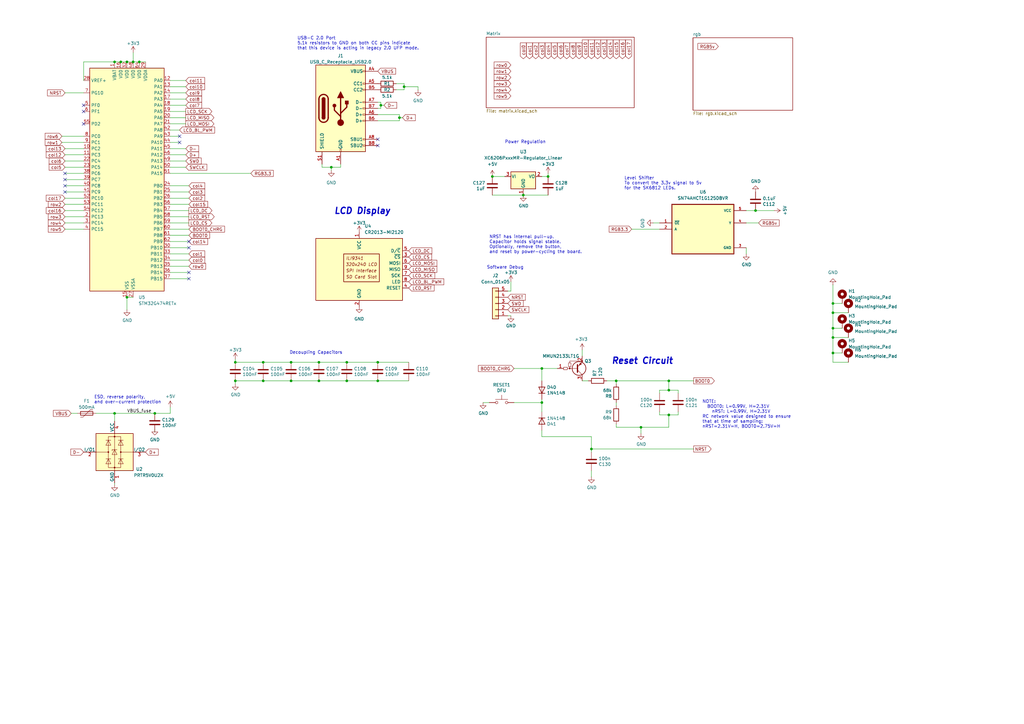
<source format=kicad_sch>
(kicad_sch (version 20231120) (generator "eeschema") (generator_version "8.0")
  (paper "A3")
  (lib_symbols
    (symbol "+5V_1" (power) (pin_names (offset 0))
      (property "Value" "+5V_1" (at 0 3.556 0))
      (symbol "+5V_1_1_1"
        (pin power_in line (at 0 0 90) (length 0) hide (name "+5V") (number "1"))
      )
    )
    (symbol "Connector:USB_C_Receptacle_USB2.0" (pin_names (offset 1.016))
      (property "Reference" "J" (at -10.16 19.05 0))
      (property "Value" "USB_C_Receptacle_USB2.0" (at 19.05 19.05 0))
      (symbol "USB_C_Receptacle_USB2.0_1_1"
        (pin passive line (at 0 -22.86 90) (length 5.08) (name "GND") (number "A1"))
        (pin passive line (at 0 -22.86 90) (length 5.08) hide (name "GND") (number "A12"))
        (pin passive line (at 15.24 15.24 180) (length 5.08) (name "VBUS") (number "A4"))
        (pin bidirectional line (at 15.24 10.16 180) (length 5.08) (name "CC1") (number "A5"))
        (pin bidirectional line (at 15.24 -2.54 180) (length 5.08) (name "D+") (number "A6"))
        (pin bidirectional line (at 15.24 2.54 180) (length 5.08) (name "D-") (number "A7"))
        (pin bidirectional line (at 15.24 -12.7 180) (length 5.08) (name "SBU1") (number "A8"))
        (pin passive line (at 15.24 15.24 180) (length 5.08) hide (name "VBUS") (number "A9"))
        (pin passive line (at 0 -22.86 90) (length 5.08) hide (name "GND") (number "B1"))
        (pin passive line (at 0 -22.86 90) (length 5.08) hide (name "GND") (number "B12"))
        (pin passive line (at 15.24 15.24 180) (length 5.08) hide (name "VBUS") (number "B4"))
        (pin bidirectional line (at 15.24 7.62 180) (length 5.08) (name "CC2") (number "B5"))
        (pin bidirectional line (at 15.24 -5.08 180) (length 5.08) (name "D+") (number "B6"))
        (pin bidirectional line (at 15.24 0 180) (length 5.08) (name "D-") (number "B7"))
        (pin bidirectional line (at 15.24 -15.24 180) (length 5.08) (name "SBU2") (number "B8"))
        (pin passive line (at 15.24 15.24 180) (length 5.08) hide (name "VBUS") (number "B9"))
        (pin passive line (at -7.62 -22.86 90) (length 5.08) (name "SHIELD") (number "S1"))
      )
    )
    (symbol "Connector_Generic:Conn_01x05" (pin_names (offset 1.016) hide)
      (property "Reference" "J" (at 0 7.62 0))
      (property "Value" "Conn_01x05" (at 0 -7.62 0))
      (symbol "Conn_01x05_1_1"
        (pin passive line (at -5.08 5.08 0) (length 3.81) (name "Pin_1") (number "1"))
        (pin passive line (at -5.08 2.54 0) (length 3.81) (name "Pin_2") (number "2"))
        (pin passive line (at -5.08 0 0) (length 3.81) (name "Pin_3") (number "3"))
        (pin passive line (at -5.08 -2.54 0) (length 3.81) (name "Pin_4") (number "4"))
        (pin passive line (at -5.08 -5.08 0) (length 3.81) (name "Pin_5") (number "5"))
      )
    )
    (symbol "Device:C" (pin_numbers hide) (pin_names (offset 0.254))
      (property "Reference" "C" (at 0.635 2.54 0))
      (property "Value" "C" (at 0.635 -2.54 0))
      (symbol "C_1_1"
        (pin passive line (at 0 3.81 270) (length 2.794) (name "~") (number "1"))
        (pin passive line (at 0 -3.81 90) (length 2.794) (name "~") (number "2"))
      )
    )
    (symbol "Device:D" (pin_numbers hide) (pin_names (offset 1.016) hide)
      (property "Reference" "D" (at 0 2.54 0))
      (property "Value" "D" (at 0 -2.54 0))
      (symbol "D_1_1"
        (pin passive line (at -3.81 0 0) (length 2.54) (name "K") (number "1"))
        (pin passive line (at 3.81 0 180) (length 2.54) (name "A") (number "2"))
      )
    )
    (symbol "Device:Polyfuse" (pin_numbers hide) (pin_names (offset 0))
      (property "Reference" "F" (at -2.54 0 90))
      (property "Value" "Polyfuse" (at 2.54 0 90))
      (symbol "Polyfuse_1_1"
        (pin passive line (at 0 3.81 270) (length 1.27) (name "~") (number "1"))
        (pin passive line (at 0 -3.81 90) (length 1.27) (name "~") (number "2"))
      )
    )
    (symbol "Device:Q_PNP_BEC_BRT" (pin_names hide)
      (property "Reference" "Q" (at 3.81 1.27 0))
      (property "Value" "Q_PNP_BEC_BRT" (at 3.81 -1.27 0))
      (symbol "Q_PNP_BEC_BRT_1_1"
        (pin input line (at -8.89 0 0) (length 2.54) (name "B") (number "1"))
        (pin passive line (at 1.27 -5.08 90) (length 2.54) (name "E") (number "2"))
        (pin passive line (at 1.27 5.08 270) (length 2.54) (name "C") (number "3"))
      )
    )
    (symbol "Device:R" (pin_numbers hide) (pin_names (offset 0))
      (property "Reference" "R" (at 2.032 0 90))
      (property "Value" "R" (at 0 0 90))
      (symbol "R_1_1"
        (pin passive line (at 0 3.81 270) (length 1.27) (name "~") (number "1"))
        (pin passive line (at 0 -3.81 90) (length 1.27) (name "~") (number "2"))
      )
    )
    (symbol "Djinn-rescue:+3V3-power" (power) (pin_names (offset 0))
      (property "Value" "power_+3V3" (at 0 3.556 0))
      (symbol "+3V3-power_1_1"
        (pin power_in line (at 0 0 90) (length 0) hide (name "+3V3") (number "1"))
      )
    )
    (symbol "Djinn-rescue:GND-power" (power) (pin_names (offset 0))
      (property "Value" "power_GND" (at 0 -3.81 0))
      (symbol "GND-power_1_1"
        (pin power_in line (at 0 0 270) (length 0) hide (name "GND") (number "1"))
      )
    )
    (symbol "Driver_Display:CR2013-MI2120" (pin_names (offset 0.762))
      (property "Reference" "U4" (at 2.1941 17.78 0))
      (property "Value" "CR2013-MI2120" (at 2.1941 15.24 0))
      (symbol "CR2013-MI2120_0_0"
        (text "320x240 LCD" (at 0.889 2.032 0) (effects (font (size 1.27 1.27) (italic yes))))
        (text "ILI9341" (at -5.461 4.572 0) (effects (font (size 1.27 1.27) (italic yes)) (justify left)))
        (text "SD Card Slot" (at -5.461 -3.048 0) (effects (font (size 1.27 1.27) (italic yes)) (justify left)))
        (text "SPI Interface" (at -5.461 -0.508 0) (effects (font (size 1.27 1.27) (italic yes)) (justify left)))
      )
      (symbol "CR2013-MI2120_1_1"
        (pin power_in line (at 0 15.24 270) (length 2.54) (name "VCC") (number "1"))
        (pin power_in line (at 0 -15.24 90) (length 2.54) (name "GND") (number "2"))
        (pin input line (at 20.32 5.08 180) (length 2.54) (name "~{CS}") (number "3"))
        (pin input line (at 20.32 -7.62 180) (length 2.54) (name "RESET") (number "4"))
        (pin input line (at 20.32 7.62 180) (length 2.54) (name "D/~{C}") (number "5"))
        (pin input line (at 20.32 2.54 180) (length 2.54) (name "MOSI") (number "6"))
        (pin input line (at 20.32 -2.54 180) (length 2.54) (name "SCK") (number "7"))
        (pin input line (at 20.32 -5.08 180) (length 2.54) (name "LED") (number "8"))
        (pin output line (at 20.32 0 180) (length 2.54) (name "MISO") (number "9"))
      )
    )
    (symbol "GND_1" (power) (pin_numbers hide) (pin_names (offset 0) hide)
      (property "Value" "GND" (at 0 -3.81 0))
      (symbol "GND_1_1_1"
        (pin power_in line (at 0 0 270) (length 0) (name "~") (number "1"))
      )
    )
    (symbol "MCU_ST_STM32G4:STM32G474RETx"
      (property "Reference" "U" (at -15.24 46.99 0))
      (property "Value" "STM32G474RETx" (at 10.16 46.99 0))
      (symbol "STM32G474RETx_1_1"
        (pin power_in line (at -5.08 48.26 270) (length 2.54) (name "VBAT") (number "1"))
        (pin bidirectional line (at -17.78 12.7 0) (length 2.54) (name "PC2") (number "10"))
        (pin bidirectional line (at -17.78 10.16 0) (length 2.54) (name "PC3") (number "11"))
        (pin bidirectional line (at 17.78 40.64 180) (length 2.54) (name "PA0") (number "12"))
        (pin bidirectional line (at 17.78 38.1 180) (length 2.54) (name "PA1") (number "13"))
        (pin bidirectional line (at 17.78 35.56 180) (length 2.54) (name "PA2") (number "14"))
        (pin power_in line (at 0 -48.26 90) (length 2.54) (name "VSS") (number "15"))
        (pin power_in line (at -2.54 48.26 270) (length 2.54) (name "VDD") (number "16"))
        (pin bidirectional line (at 17.78 33.02 180) (length 2.54) (name "PA3") (number "17"))
        (pin bidirectional line (at 17.78 30.48 180) (length 2.54) (name "PA4") (number "18"))
        (pin bidirectional line (at 17.78 27.94 180) (length 2.54) (name "PA5") (number "19"))
        (pin bidirectional line (at -17.78 -15.24 0) (length 2.54) (name "PC13") (number "2"))
        (pin bidirectional line (at 17.78 25.4 180) (length 2.54) (name "PA6") (number "20"))
        (pin bidirectional line (at 17.78 22.86 180) (length 2.54) (name "PA7") (number "21"))
        (pin bidirectional line (at -17.78 7.62 0) (length 2.54) (name "PC4") (number "22"))
        (pin bidirectional line (at -17.78 5.08 0) (length 2.54) (name "PC5") (number "23"))
        (pin bidirectional line (at 17.78 -2.54 180) (length 2.54) (name "PB0") (number "24"))
        (pin bidirectional line (at 17.78 -5.08 180) (length 2.54) (name "PB1") (number "25"))
        (pin bidirectional line (at 17.78 -7.62 180) (length 2.54) (name "PB2") (number "26"))
        (pin power_in line (at 2.54 -48.26 90) (length 2.54) (name "VSSA") (number "27"))
        (pin input line (at -17.78 40.64 0) (length 2.54) (name "VREF+") (number "28"))
        (pin power_in line (at 7.62 48.26 270) (length 2.54) (name "VDDA") (number "29"))
        (pin bidirectional line (at -17.78 -17.78 0) (length 2.54) (name "PC14") (number "3"))
        (pin bidirectional line (at 17.78 -27.94 180) (length 2.54) (name "PB10") (number "30"))
        (pin passive line (at 0 -48.26 90) (length 2.54) hide (name "VSS") (number "31"))
        (pin power_in line (at 0 48.26 270) (length 2.54) (name "VDD") (number "32"))
        (pin bidirectional line (at 17.78 -30.48 180) (length 2.54) (name "PB11") (number "33"))
        (pin bidirectional line (at 17.78 -33.02 180) (length 2.54) (name "PB12") (number "34"))
        (pin bidirectional line (at 17.78 -35.56 180) (length 2.54) (name "PB13") (number "35"))
        (pin bidirectional line (at 17.78 -38.1 180) (length 2.54) (name "PB14") (number "36"))
        (pin bidirectional line (at 17.78 -40.64 180) (length 2.54) (name "PB15") (number "37"))
        (pin bidirectional line (at -17.78 2.54 0) (length 2.54) (name "PC6") (number "38"))
        (pin bidirectional line (at -17.78 0 0) (length 2.54) (name "PC7") (number "39"))
        (pin bidirectional line (at -17.78 -20.32 0) (length 2.54) (name "PC15") (number "4"))
        (pin bidirectional line (at -17.78 -2.54 0) (length 2.54) (name "PC8") (number "40"))
        (pin bidirectional line (at -17.78 -5.08 0) (length 2.54) (name "PC9") (number "41"))
        (pin bidirectional line (at 17.78 20.32 180) (length 2.54) (name "PA8") (number "42"))
        (pin bidirectional line (at 17.78 17.78 180) (length 2.54) (name "PA9") (number "43"))
        (pin bidirectional line (at 17.78 15.24 180) (length 2.54) (name "PA10") (number "44"))
        (pin bidirectional line (at 17.78 12.7 180) (length 2.54) (name "PA11") (number "45"))
        (pin bidirectional line (at 17.78 10.16 180) (length 2.54) (name "PA12") (number "46"))
        (pin passive line (at 0 -48.26 90) (length 2.54) hide (name "VSS") (number "47"))
        (pin power_in line (at 2.54 48.26 270) (length 2.54) (name "VDD") (number "48"))
        (pin bidirectional line (at 17.78 7.62 180) (length 2.54) (name "PA13") (number "49"))
        (pin bidirectional line (at -17.78 30.48 0) (length 2.54) (name "PF0") (number "5"))
        (pin bidirectional line (at 17.78 5.08 180) (length 2.54) (name "PA14") (number "50"))
        (pin bidirectional line (at 17.78 2.54 180) (length 2.54) (name "PA15") (number "51"))
        (pin bidirectional line (at -17.78 -7.62 0) (length 2.54) (name "PC10") (number "52"))
        (pin bidirectional line (at -17.78 -10.16 0) (length 2.54) (name "PC11") (number "53"))
        (pin bidirectional line (at -17.78 -12.7 0) (length 2.54) (name "PC12") (number "54"))
        (pin bidirectional line (at -17.78 22.86 0) (length 2.54) (name "PD2") (number "55"))
        (pin bidirectional line (at 17.78 -10.16 180) (length 2.54) (name "PB3") (number "56"))
        (pin bidirectional line (at 17.78 -12.7 180) (length 2.54) (name "PB4") (number "57"))
        (pin bidirectional line (at 17.78 -15.24 180) (length 2.54) (name "PB5") (number "58"))
        (pin bidirectional line (at 17.78 -17.78 180) (length 2.54) (name "PB6") (number "59"))
        (pin bidirectional line (at -17.78 27.94 0) (length 2.54) (name "PF1") (number "6"))
        (pin bidirectional line (at 17.78 -20.32 180) (length 2.54) (name "PB7") (number "60"))
        (pin bidirectional line (at 17.78 -22.86 180) (length 2.54) (name "PB8") (number "61"))
        (pin bidirectional line (at 17.78 -25.4 180) (length 2.54) (name "PB9") (number "62"))
        (pin passive line (at 0 -48.26 90) (length 2.54) hide (name "VSS") (number "63"))
        (pin power_in line (at 5.08 48.26 270) (length 2.54) (name "VDD") (number "64"))
        (pin bidirectional line (at -17.78 35.56 0) (length 2.54) (name "PG10") (number "7"))
        (pin bidirectional line (at -17.78 17.78 0) (length 2.54) (name "PC0") (number "8"))
        (pin bidirectional line (at -17.78 15.24 0) (length 2.54) (name "PC1") (number "9"))
      )
    )
    (symbol "Mechanical:MountingHole_Pad" (pin_numbers hide) (pin_names (offset 1.016) hide) (exclude_from_sim yes) (in_bom no)
      (property "Reference" "H" (at 0 6.35 0))
      (property "Value" "MountingHole_Pad" (at 0 4.445 0))
      (symbol "MountingHole_Pad_1_1"
        (pin input line (at 0 -2.54 90) (length 2.54) (name "1") (number "1"))
      )
    )
    (symbol "Power_Protection:PRTR5V0U2X" (pin_names (offset 0))
      (property "Reference" "D" (at 2.794 8.636 0))
      (property "Value" "PRTR5V0U2X" (at 8.128 -9.398 0))
      (symbol "PRTR5V0U2X_1_1"
        (pin passive line (at 0 -12.7 90) (length 5.08) (name "GND") (number "1"))
        (pin passive line (at -12.7 0 0) (length 5.08) (name "I/O1") (number "2"))
        (pin passive line (at 12.7 0 180) (length 5.08) (name "I/O2") (number "3"))
        (pin passive line (at 0 12.7 270) (length 5.08) (name "VCC") (number "4"))
      )
    )
    (symbol "SN74AHCT1G125DBVR:SN74AHCT1G125DBVR" (pin_names (offset 1.016))
      (property "Reference" "U" (at -12.7 11.16 0))
      (property "Value" "SN74AHCT1G125DBVR" (at -12.7 -14.16 0))
      (symbol "SN74AHCT1G125DBVR_0_0"
        (pin input line (at -17.78 2.54 0) (length 5.08) (name "~{OE}") (number "1"))
        (pin input line (at -17.78 0 0) (length 5.08) (name "A") (number "2"))
        (pin power_in line (at 17.78 -7.62 180) (length 5.08) (name "GND") (number "3"))
        (pin output line (at 17.78 2.54 180) (length 5.08) (name "Y") (number "4"))
        (pin power_in line (at 17.78 7.62 180) (length 5.08) (name "VCC") (number "5"))
      )
    )
    (symbol "Switch:SW_Push" (pin_numbers hide) (pin_names (offset 1.016) hide)
      (property "Reference" "SW" (at 1.27 2.54 0))
      (property "Value" "SW_Push" (at 0 -1.524 0))
      (symbol "SW_Push_0_1"
        (pin passive line (at -5.08 0 0) (length 2.54) (name "1") (number "1"))
        (pin passive line (at 5.08 0 180) (length 2.54) (name "2") (number "2"))
      )
    )
    (symbol "kicad-keyboard-parts:XC6206PxxxMR-Regulator_Linear" (pin_names (offset 0.254))
      (property "Reference" "U" (at -3.81 3.175 0))
      (property "Value" "XC6206PxxxMR-Regulator_Linear" (at 0 3.175 0))
      (property "LCSC" "C5446" (at 0 0 0))
      (symbol "XC6206PxxxMR-Regulator_Linear_1_1"
        (pin power_in line (at 0 -7.62 90) (length 2.54) (name "GND") (number "1"))
        (pin power_out line (at 7.62 0 180) (length 2.54) (name "VO") (number "2"))
        (pin power_in line (at -7.62 0 0) (length 2.54) (name "VI") (number "3"))
      )
    )
    (symbol "power:+3V3" (power) (pin_names (offset 0))
      (property "Value" "+3V3" (at 0 3.556 0))
      (symbol "+3V3_1_1"
        (pin power_in line (at 0 0 90) (length 0) hide (name "+3V3") (number "1"))
      )
    )
    (symbol "power:+5V" (power) (pin_names (offset 0))
      (property "Value" "+5V" (at 0 3.556 0))
      (symbol "+5V_1_1"
        (pin power_in line (at 0 0 90) (length 0) hide (name "+5V") (number "1"))
      )
    )
    (symbol "power:GND" (power) (pin_names (offset 0))
      (property "Value" "GND" (at 0 -3.81 0))
      (symbol "GND_1_1"
        (pin power_in line (at 0 0 270) (length 0) hide (name "GND") (number "1"))
      )
    )
  )
  (junction (at 262.89 175.26))
  (junction (at 165.735 35.56))
  (junction (at 96.52 148.59))
  (junction (at 341.63 128.27))
  (junction (at 57.15 25.4))
  (junction (at 341.63 134.62))
  (junction (at 242.57 184.15))
  (junction (at 163.83 48.26))
  (junction (at 156.21 43.18))
  (junction (at 130.81 148.59))
  (junction (at 46.99 169.545))
  (junction (at 341.63 144.78))
  (junction (at 154.94 148.59))
  (junction (at 107.95 148.59))
  (junction (at 341.63 138.43))
  (junction (at 222.25 151.13))
  (junction (at 274.32 170.18))
  (junction (at 154.94 156.21))
  (junction (at 54.61 25.4))
  (junction (at 52.07 121.92))
  (junction (at 107.95 156.21))
  (junction (at 341.63 124.46))
  (junction (at 142.24 156.21))
  (junction (at 222.25 165.1))
  (junction (at 142.24 148.59))
  (junction (at 119.38 148.59))
  (junction (at 274.32 160.02))
  (junction (at 214.63 80.01) (diameter 0.9144))
  (junction (at 119.38 156.21))
  (junction (at 63.5 169.545))
  (junction (at 49.53 25.4))
  (junction (at 46.99 25.4))
  (junction (at 130.81 156.21))
  (junction (at 309.88 86.36))
  (junction (at 96.52 156.21))
  (junction (at 224.79 72.39))
  (junction (at 252.73 156.21))
  (junction (at 135.89 68.58))
  (junction (at 274.32 156.21))
  (junction (at 201.93 72.39))
  (junction (at 52.07 25.4))
  (no_connect (at 73.66 55.88))
  (no_connect (at 34.29 43.18))
  (no_connect (at 77.47 111.76))
  (no_connect (at 154.94 57.15))
  (no_connect (at 26.67 73.66))
  (no_connect (at 154.94 59.69))
  (no_connect (at 26.67 78.74))
  (no_connect (at 26.67 71.12))
  (no_connect (at 77.47 101.6))
  (no_connect (at 77.47 99.06))
  (no_connect (at 26.67 76.2))
  (no_connect (at 77.47 114.3))
  (no_connect (at 34.29 50.8))
  (no_connect (at 34.29 45.72))
  (no_connect (at 73.66 58.42))
  (wire (pts (xy 341.63 148.59) (xy 347.98 148.59)))
  (wire (pts (xy 270.51 161.29) (xy 270.51 160.02)))
  (wire (pts (xy 222.25 163.83) (xy 222.25 165.1)))
  (wire (pts (xy 341.63 128.27) (xy 347.98 128.27)))
  (wire (pts (xy 69.85 38.1) (xy 76.2 38.1)))
  (wire (pts (xy 63.5 169.545) (xy 69.85 169.545)))
  (wire (pts (xy 341.63 144.78) (xy 341.63 138.43)))
  (wire (pts (xy 52.07 121.92) (xy 54.61 121.92)))
  (wire (pts (xy 341.63 138.43) (xy 347.98 138.43)))
  (wire (pts (xy 96.52 147.32) (xy 96.52 148.59)))
  (wire (pts (xy 69.85 167.005) (xy 69.85 169.545)))
  (wire (pts (xy 119.38 148.59) (xy 107.95 148.59)))
  (wire (pts (xy 156.21 41.91) (xy 156.21 43.18)))
  (wire (pts (xy 171.45 35.56) (xy 171.45 36.83)))
  (wire (pts (xy 262.89 175.26) (xy 274.32 175.26)))
  (wire (pts (xy 52.07 127) (xy 52.07 121.92)))
  (wire (pts (xy 163.83 49.53) (xy 163.83 48.26)))
  (wire (pts (xy 154.94 46.99) (xy 163.83 46.99)))
  (wire (pts (xy 222.25 179.07) (xy 242.57 179.07)))
  (wire (pts (xy 46.99 198.755) (xy 46.99 198.12)))
  (wire (pts (xy 69.85 106.68) (xy 77.47 106.68)))
  (wire (pts (xy 107.95 148.59) (xy 96.52 148.59)))
  (wire (pts (xy 119.38 156.21) (xy 130.81 156.21)))
  (wire (pts (xy 209.55 115.57) (xy 209.55 119.38)))
  (wire (pts (xy 26.67 63.5) (xy 34.29 63.5)))
  (wire (pts (xy 270.51 170.18) (xy 270.51 168.91)))
  (wire (pts (xy 96.52 157.48) (xy 96.52 156.21)))
  (wire (pts (xy 26.67 91.44) (xy 34.29 91.44)))
  (wire (pts (xy 26.67 93.98) (xy 34.29 93.98)))
  (wire (pts (xy 69.85 71.12) (xy 102.87 71.12)))
  (wire (pts (xy 259.08 93.98) (xy 270.51 93.98)))
  (wire (pts (xy 165.735 36.83) (xy 165.735 35.56)))
  (wire (pts (xy 270.51 170.18) (xy 274.32 170.18)))
  (wire (pts (xy 252.73 175.26) (xy 262.89 175.26)))
  (wire (pts (xy 26.67 83.82) (xy 34.29 83.82)))
  (wire (pts (xy 69.85 53.34) (xy 73.66 53.34)))
  (wire (pts (xy 69.85 60.96) (xy 76.2 60.96)))
  (wire (pts (xy 154.94 148.59) (xy 167.64 148.59)))
  (wire (pts (xy 242.57 184.15) (xy 284.48 184.15)))
  (wire (pts (xy 49.53 25.4) (xy 52.07 25.4)))
  (wire (pts (xy 69.85 48.26) (xy 76.2 48.26)))
  (wire (pts (xy 214.63 80.01) (xy 224.79 80.01)))
  (wire (pts (xy 341.63 144.78) (xy 345.44 144.78)))
  (wire (pts (xy 69.85 109.22) (xy 77.47 109.22)))
  (wire (pts (xy 262.89 177.8) (xy 262.89 175.26)))
  (wire (pts (xy 210.82 151.13) (xy 222.25 151.13)))
  (wire (pts (xy 165.735 35.56) (xy 171.45 35.56)))
  (wire (pts (xy 224.79 71.12) (xy 224.79 72.39)))
  (wire (pts (xy 69.85 63.5) (xy 76.2 63.5)))
  (wire (pts (xy 25.4 55.88) (xy 34.29 55.88)))
  (wire (pts (xy 69.85 83.82) (xy 77.47 83.82)))
  (wire (pts (xy 274.32 160.02) (xy 278.13 160.02)))
  (wire (pts (xy 34.29 33.02) (xy 34.29 25.4)))
  (wire (pts (xy 130.81 148.59) (xy 142.24 148.59)))
  (wire (pts (xy 69.85 76.2) (xy 77.47 76.2)))
  (wire (pts (xy 69.85 35.56) (xy 76.2 35.56)))
  (wire (pts (xy 341.63 148.59) (xy 341.63 144.78)))
  (wire (pts (xy 209.55 119.38) (xy 208.28 119.38)))
  (wire (pts (xy 222.25 165.1) (xy 222.25 168.91)))
  (wire (pts (xy 69.85 78.74) (xy 77.47 78.74)))
  (wire (pts (xy 154.94 49.53) (xy 163.83 49.53)))
  (wire (pts (xy 278.13 170.18) (xy 278.13 168.91)))
  (wire (pts (xy 241.3 156.21) (xy 238.76 156.21)))
  (wire (pts (xy 274.32 160.02) (xy 274.32 156.21)))
  (wire (pts (xy 274.32 156.21) (xy 284.48 156.21)))
  (wire (pts (xy 252.73 165.1) (xy 252.73 166.37)))
  (wire (pts (xy 317.5 86.36) (xy 309.88 86.36)))
  (wire (pts (xy 26.67 76.2) (xy 34.29 76.2)))
  (wire (pts (xy 156.21 43.18) (xy 156.21 44.45)))
  (wire (pts (xy 26.67 68.58) (xy 34.29 68.58)))
  (wire (pts (xy 54.61 21.59) (xy 54.61 25.4)))
  (wire (pts (xy 222.25 176.53) (xy 222.25 179.07)))
  (wire (pts (xy 341.63 116.84) (xy 341.63 124.46)))
  (wire (pts (xy 69.85 43.18) (xy 76.2 43.18)))
  (wire (pts (xy 248.92 156.21) (xy 252.73 156.21)))
  (wire (pts (xy 201.93 72.39) (xy 207.01 72.39)))
  (wire (pts (xy 69.85 68.58) (xy 76.2 68.58)))
  (wire (pts (xy 222.25 72.39) (xy 224.79 72.39)))
  (wire (pts (xy 29.21 169.545) (xy 31.75 169.545)))
  (wire (pts (xy 119.38 156.21) (xy 107.95 156.21)))
  (wire (pts (xy 69.85 88.9) (xy 77.47 88.9)))
  (wire (pts (xy 25.4 58.42) (xy 34.29 58.42)))
  (wire (pts (xy 26.67 86.36) (xy 34.29 86.36)))
  (wire (pts (xy 154.94 44.45) (xy 156.21 44.45)))
  (wire (pts (xy 270.51 160.02) (xy 274.32 160.02)))
  (wire (pts (xy 26.67 38.1) (xy 34.29 38.1)))
  (wire (pts (xy 69.85 114.3) (xy 77.47 114.3)))
  (wire (pts (xy 26.67 81.28) (xy 34.29 81.28)))
  (wire (pts (xy 107.95 156.21) (xy 96.52 156.21)))
  (wire (pts (xy 306.07 91.44) (xy 311.15 91.44)))
  (wire (pts (xy 52.07 25.4) (xy 54.61 25.4)))
  (wire (pts (xy 26.67 66.04) (xy 34.29 66.04)))
  (wire (pts (xy 139.7 68.58) (xy 139.7 67.31)))
  (wire (pts (xy 57.15 25.4) (xy 59.69 25.4)))
  (wire (pts (xy 341.63 128.27) (xy 341.63 124.46)))
  (wire (pts (xy 163.83 46.99) (xy 163.83 48.26)))
  (wire (pts (xy 208.28 129.54) (xy 209.55 129.54)))
  (wire (pts (xy 132.08 68.58) (xy 135.89 68.58)))
  (wire (pts (xy 46.99 169.545) (xy 63.5 169.545)))
  (wire (pts (xy 26.67 71.12) (xy 34.29 71.12)))
  (wire (pts (xy 242.57 179.07) (xy 242.57 184.15)))
  (wire (pts (xy 222.25 156.21) (xy 222.25 151.13)))
  (wire (pts (xy 278.13 160.02) (xy 278.13 161.29)))
  (wire (pts (xy 252.73 173.99) (xy 252.73 175.26)))
  (wire (pts (xy 119.38 148.59) (xy 130.81 148.59)))
  (wire (pts (xy 142.24 156.21) (xy 154.94 156.21)))
  (wire (pts (xy 156.21 43.18) (xy 157.48 43.18)))
  (wire (pts (xy 163.83 48.26) (xy 165.1 48.26)))
  (wire (pts (xy 341.63 124.46) (xy 345.44 124.46)))
  (wire (pts (xy 306.07 104.14) (xy 306.07 101.6)))
  (wire (pts (xy 242.57 184.15) (xy 242.57 185.42)))
  (wire (pts (xy 26.67 60.96) (xy 34.29 60.96)))
  (wire (pts (xy 214.63 80.01) (xy 201.93 80.01)))
  (wire (pts (xy 309.88 86.36) (xy 306.07 86.36)))
  (wire (pts (xy 142.24 148.59) (xy 154.94 148.59)))
  (wire (pts (xy 73.66 58.42) (xy 69.85 58.42)))
  (wire (pts (xy 69.85 111.76) (xy 77.47 111.76)))
  (wire (pts (xy 46.99 25.4) (xy 49.53 25.4)))
  (wire (pts (xy 154.94 41.91) (xy 156.21 41.91)))
  (wire (pts (xy 238.76 143.51) (xy 238.76 146.05)))
  (wire (pts (xy 63.5 175.895) (xy 63.5 177.165)))
  (wire (pts (xy 341.63 134.62) (xy 345.44 134.62)))
  (wire (pts (xy 69.85 104.14) (xy 77.47 104.14)))
  (wire (pts (xy 135.89 68.58) (xy 139.7 68.58)))
  (wire (pts (xy 274.32 170.18) (xy 278.13 170.18)))
  (wire (pts (xy 73.66 55.88) (xy 69.85 55.88)))
  (wire (pts (xy 26.67 73.66) (xy 34.29 73.66)))
  (wire (pts (xy 69.85 81.28) (xy 77.47 81.28)))
  (wire (pts (xy 341.63 138.43) (xy 341.63 134.62)))
  (wire (pts (xy 69.85 50.8) (xy 76.2 50.8)))
  (wire (pts (xy 210.82 165.1) (xy 222.25 165.1)))
  (wire (pts (xy 267.97 91.44) (xy 270.51 91.44)))
  (wire (pts (xy 69.85 45.72) (xy 76.2 45.72)))
  (wire (pts (xy 135.89 69.85) (xy 135.89 68.58)))
  (wire (pts (xy 26.67 88.9) (xy 34.29 88.9)))
  (wire (pts (xy 69.85 91.44) (xy 77.47 91.44)))
  (wire (pts (xy 69.85 40.64) (xy 76.2 40.64)))
  (wire (pts (xy 69.85 93.98) (xy 77.47 93.98)))
  (wire (pts (xy 252.73 156.21) (xy 274.32 156.21)))
  (wire (pts (xy 162.56 36.83) (xy 165.735 36.83)))
  (wire (pts (xy 69.85 96.52) (xy 77.47 96.52)))
  (wire (pts (xy 69.85 86.36) (xy 77.47 86.36)))
  (wire (pts (xy 130.81 156.21) (xy 142.24 156.21)))
  (wire (pts (xy 34.29 25.4) (xy 46.99 25.4)))
  (wire (pts (xy 252.73 157.48) (xy 252.73 156.21)))
  (wire (pts (xy 132.08 67.31) (xy 132.08 68.58)))
  (wire (pts (xy 242.57 193.04) (xy 242.57 195.58)))
  (wire (pts (xy 200.66 165.1) (xy 198.12 165.1)))
  (wire (pts (xy 162.56 34.29) (xy 165.735 34.29)))
  (wire (pts (xy 69.85 33.02) (xy 76.2 33.02)))
  (wire (pts (xy 54.61 25.4) (xy 57.15 25.4)))
  (wire (pts (xy 154.94 156.21) (xy 167.64 156.21)))
  (wire (pts (xy 26.67 78.74) (xy 34.29 78.74)))
  (wire (pts (xy 69.85 99.06) (xy 77.47 99.06)))
  (wire (pts (xy 274.32 170.18) (xy 274.32 175.26)))
  (wire (pts (xy 46.99 169.545) (xy 46.99 172.72)))
  (wire (pts (xy 39.37 169.545) (xy 46.99 169.545)))
  (wire (pts (xy 165.735 35.56) (xy 165.735 34.29)))
  (wire (pts (xy 69.85 66.04) (xy 76.2 66.04)))
  (wire (pts (xy 69.85 101.6) (xy 77.47 101.6)))
  (wire (pts (xy 222.25 151.13) (xy 228.6 151.13)))
  (wire (pts (xy 341.63 134.62) (xy 341.63 128.27)))
  (text "Decoupling Capacitors" (at 118.745 145.415 0) (effects (font (size 1.27 1.27)) (justify left bottom)))
  (text "NOTE:\n  BOOT0: L=0.99V, H=2.31V\n    nRST: L=0.99V, H=2.31V\nRC network value designed to ensure\nthat at time of sampling:\nnRST=2.31V=H, BOOT0=2.75V=H" (at 288.036 175.768 0) (effects (font (size 1.27 1.27)) (justify left bottom)))
  (text "Power Regulation" (at 207.01 59.055 0) (effects (font (size 1.27 1.27)) (justify left bottom)))
  (text "Reset Circuit" (at 250.698 149.606 0) (effects (font (size 2.54 2.54) (thickness 0.508) (bold yes) (italic yes)) (justify left bottom)))
  (text "USB-C 2.0 Port\n5.1k resistors to GND on both CC pins indicate\nthat this device is acting in legacy 2.0 UFP mode." (at 121.92 20.574 0) (effects (font (size 1.27 1.27)) (justify left bottom)))
  (text "ESD, reverse polarity,\nand over-current protection" (at 38.608 165.735 0) (effects (font (size 1.27 1.27)) (justify left bottom)))
  (text "Software Debug" (at 199.644 110.49 0) (effects (font (size 1.27 1.27)) (justify left bottom)))
  (text "NRST has internal pull-up.\nCapacitor holds signal stable.\nOptionally, remove the button,\nand reset by power-cycling the board." (at 200.66 104.14 0) (effects (font (size 1.27 1.27)) (justify left bottom)))
  (text "Level Shifter\nTo convert the 3.3v signal to 5v\nfor the SK6812 LEDs." (at 256.032 77.978 0) (effects (font (size 1.27 1.27)) (justify left bottom)))
  (text "LCD Display" (at 136.906 88.138 0) (effects (font (size 2.54 2.54) (thickness 0.508) (bold yes) (italic yes)) (justify left bottom)))
  (label "VBUS_fuse" (at 52.07 169.545 0))
  (global_label "col8" (shape input) (at 76.2 40.64 0) (property "Intersheetrefs" "${INTERSHEET_REFS}" (effects (hide yes))))
  (global_label "BOOT0" (shape output) (at 284.48 156.21 0) (property "Intersheetrefs" "${INTERSHEET_REFS}" (effects (hide yes))))
  (global_label "LCD_MISO" (shape input) (at 167.64 110.49 0) (property "Intersheetrefs" "${INTERSHEET_REFS}" (effects (hide yes))))
  (global_label "RGB3.3" (shape input) (at 102.87 71.12 0) (property "Intersheetrefs" "${INTERSHEET_REFS}" (effects (hide yes))))
  (global_label "SWCLK" (shape input) (at 76.2 68.58 0) (property "Intersheetrefs" "${INTERSHEET_REFS}" (effects (hide yes))))
  (global_label "LCD_RST" (shape output) (at 77.47 88.9 0) (property "Intersheetrefs" "${INTERSHEET_REFS}" (effects (hide yes))))
  (global_label "row1" (shape input) (at 209.55 29.21 180) (property "Intersheetrefs" "${INTERSHEET_REFS}" (effects (hide yes))))
  (global_label "LCD_BL_PWM" (shape input) (at 167.64 115.57 0) (property "Intersheetrefs" "${INTERSHEET_REFS}" (effects (hide yes))))
  (global_label "col0" (shape input) (at 77.47 106.68 0) (property "Intersheetrefs" "${INTERSHEET_REFS}" (effects (hide yes))))
  (global_label "BOOT0_CHRG" (shape input) (at 77.47 93.98 0) (property "Intersheetrefs" "${INTERSHEET_REFS}" (effects (hide yes))))
  (global_label "row2" (shape input) (at 209.55 31.75 180) (property "Intersheetrefs" "${INTERSHEET_REFS}" (effects (hide yes))))
  (global_label "col6" (shape input) (at 26.67 66.04 180) (property "Intersheetrefs" "${INTERSHEET_REFS}" (effects (hide yes))))
  (global_label "col10" (shape input) (at 240.03 24.13 90) (property "Intersheetrefs" "${INTERSHEET_REFS}" (effects (hide yes))))
  (global_label "col15" (shape input) (at 252.73 24.13 90) (property "Intersheetrefs" "${INTERSHEET_REFS}" (effects (hide yes))))
  (global_label "SWCLK" (shape input) (at 208.28 127 0) (property "Intersheetrefs" "${INTERSHEET_REFS}" (effects (hide yes))))
  (global_label "col15" (shape input) (at 77.47 83.82 0) (property "Intersheetrefs" "${INTERSHEET_REFS}" (effects (hide yes))))
  (global_label "col4" (shape input) (at 77.47 76.2 0) (property "Intersheetrefs" "${INTERSHEET_REFS}" (effects (hide yes))))
  (global_label "row3" (shape input) (at 26.67 88.9 180) (property "Intersheetrefs" "${INTERSHEET_REFS}" (effects (hide yes))))
  (global_label "LCD_MOSI" (shape output) (at 76.2 50.8 0) (property "Intersheetrefs" "${INTERSHEET_REFS}" (effects (hide yes))))
  (global_label "col2" (shape input) (at 77.47 81.28 0) (property "Intersheetrefs" "${INTERSHEET_REFS}" (effects (hide yes))))
  (global_label "VBUS" (shape input) (at 154.94 29.21 0) (property "Intersheetrefs" "${INTERSHEET_REFS}" (effects (hide yes))))
  (global_label "LCD_CS" (shape input) (at 167.64 105.41 0) (property "Intersheetrefs" "${INTERSHEET_REFS}" (effects (hide yes))))
  (global_label "col11" (shape input) (at 76.2 33.02 0) (property "Intersheetrefs" "${INTERSHEET_REFS}" (effects (hide yes))))
  (global_label "col6" (shape input) (at 229.87 24.13 90) (property "Intersheetrefs" "${INTERSHEET_REFS}" (effects (hide yes))))
  (global_label "row0" (shape input) (at 77.47 109.22 0) (property "Intersheetrefs" "${INTERSHEET_REFS}" (effects (hide yes))))
  (global_label "col16" (shape input) (at 26.67 86.36 180) (property "Intersheetrefs" "${INTERSHEET_REFS}" (effects (hide yes))))
  (global_label "col12" (shape input) (at 245.11 24.13 90) (property "Intersheetrefs" "${INTERSHEET_REFS}" (effects (hide yes))))
  (global_label "LCD_BL_PWM" (shape input) (at 73.66 53.34 0) (property "Intersheetrefs" "${INTERSHEET_REFS}" (effects (hide yes))))
  (global_label "row1" (shape input) (at 25.4 58.42 180) (property "Intersheetrefs" "${INTERSHEET_REFS}" (effects (hide yes))))
  (global_label "col11" (shape input) (at 242.57 24.13 90) (property "Intersheetrefs" "${INTERSHEET_REFS}" (effects (hide yes))))
  (global_label "D-" (shape input) (at 76.2 60.96 0) (property "Intersheetrefs" "${INTERSHEET_REFS}" (effects (hide yes))))
  (global_label "RGB5v" (shape input) (at 311.15 91.44 0) (property "Intersheetrefs" "${INTERSHEET_REFS}" (effects (hide yes))))
  (global_label "col7" (shape input) (at 232.41 24.13 90) (property "Intersheetrefs" "${INTERSHEET_REFS}" (effects (hide yes))))
  (global_label "BOOT0_CHRG" (shape input) (at 210.82 151.13 180) (property "Intersheetrefs" "${INTERSHEET_REFS}" (effects (hide yes))))
  (global_label "col13" (shape input) (at 247.65 24.13 90) (property "Intersheetrefs" "${INTERSHEET_REFS}" (effects (hide yes))))
  (global_label "col17" (shape input) (at 257.81 24.13 90) (property "Intersheetrefs" "${INTERSHEET_REFS}" (effects (hide yes))))
  (global_label "col9" (shape input) (at 237.49 24.13 90) (property "Intersheetrefs" "${INTERSHEET_REFS}" (effects (hide yes))))
  (global_label "LCD_DC" (shape output) (at 77.47 86.36 0) (property "Intersheetrefs" "${INTERSHEET_REFS}" (effects (hide yes))))
  (global_label "col5" (shape input) (at 227.33 24.13 90) (property "Intersheetrefs" "${INTERSHEET_REFS}" (effects (hide yes))))
  (global_label "row4" (shape input) (at 209.55 36.83 180) (property "Intersheetrefs" "${INTERSHEET_REFS}" (effects (hide yes))))
  (global_label "col1" (shape input) (at 77.47 104.14 0) (property "Intersheetrefs" "${INTERSHEET_REFS}" (effects (hide yes))))
  (global_label "row5" (shape input) (at 26.67 93.98 180) (property "Intersheetrefs" "${INTERSHEET_REFS}" (effects (hide yes))))
  (global_label "SWD" (shape input) (at 208.28 124.46 0) (property "Intersheetrefs" "${INTERSHEET_REFS}" (effects (hide yes))))
  (global_label "RGB5v" (shape input) (at 294.64 19.05 180) (property "Intersheetrefs" "${INTERSHEET_REFS}" (effects (hide yes))))
  (global_label "NRST" (shape output) (at 284.48 184.15 0) (property "Intersheetrefs" "${INTERSHEET_REFS}" (effects (hide yes))))
  (global_label "RGB3.3" (shape input) (at 259.08 93.98 180) (property "Intersheetrefs" "${INTERSHEET_REFS}" (effects (hide yes))))
  (global_label "col5" (shape input) (at 26.67 68.58 180) (property "Intersheetrefs" "${INTERSHEET_REFS}" (effects (hide yes))))
  (global_label "col14" (shape input) (at 250.19 24.13 90) (property "Intersheetrefs" "${INTERSHEET_REFS}" (effects (hide yes))))
  (global_label "NRST" (shape input) (at 208.28 121.92 0) (property "Intersheetrefs" "${INTERSHEET_REFS}" (effects (hide yes))))
  (global_label "D-" (shape input) (at 157.48 43.18 0) (property "Intersheetrefs" "${INTERSHEET_REFS}" (effects (hide yes))))
  (global_label "col8" (shape input) (at 234.95 24.13 90) (property "Intersheetrefs" "${INTERSHEET_REFS}" (effects (hide yes))))
  (global_label "col13" (shape input) (at 26.67 60.96 180) (property "Intersheetrefs" "${INTERSHEET_REFS}" (effects (hide yes))))
  (global_label "col2" (shape input) (at 219.71 24.13 90) (property "Intersheetrefs" "${INTERSHEET_REFS}" (effects (hide yes))))
  (global_label "row5" (shape input) (at 209.55 39.37 180) (property "Intersheetrefs" "${INTERSHEET_REFS}" (effects (hide yes))))
  (global_label "row3" (shape input) (at 209.55 34.29 180) (property "Intersheetrefs" "${INTERSHEET_REFS}" (effects (hide yes))))
  (global_label "NRST" (shape input) (at 26.67 38.1 180) (property "Intersheetrefs" "${INTERSHEET_REFS}" (effects (hide yes))))
  (global_label "LCD_MOSI" (shape input) (at 167.64 107.95 0) (property "Intersheetrefs" "${INTERSHEET_REFS}" (effects (hide yes))))
  (global_label "LCD_DC" (shape input) (at 167.64 102.87 0) (property "Intersheetrefs" "${INTERSHEET_REFS}" (effects (hide yes))))
  (global_label "col14" (shape input) (at 77.47 99.06 0) (property "Intersheetrefs" "${INTERSHEET_REFS}" (effects (hide yes))))
  (global_label "col3" (shape input) (at 222.25 24.13 90) (property "Intersheetrefs" "${INTERSHEET_REFS}" (effects (hide yes))))
  (global_label "col17" (shape input) (at 26.67 81.28 180) (property "Intersheetrefs" "${INTERSHEET_REFS}" (effects (hide yes))))
  (global_label "col12" (shape input) (at 26.67 63.5 180) (property "Intersheetrefs" "${INTERSHEET_REFS}" (effects (hide yes))))
  (global_label "row2" (shape input) (at 26.67 83.82 180) (property "Intersheetrefs" "${INTERSHEET_REFS}" (effects (hide yes))))
  (global_label "LCD_CS" (shape output) (at 77.47 91.44 0) (property "Intersheetrefs" "${INTERSHEET_REFS}" (effects (hide yes))))
  (global_label "col1" (shape input) (at 217.17 24.13 90) (property "Intersheetrefs" "${INTERSHEET_REFS}" (effects (hide yes))))
  (global_label "D+" (shape input) (at 76.2 63.5 0) (property "Intersheetrefs" "${INTERSHEET_REFS}" (effects (hide yes))))
  (global_label "D+" (shape input) (at 165.1 48.26 0) (property "Intersheetrefs" "${INTERSHEET_REFS}" (effects (hide yes))))
  (global_label "col4" (shape input) (at 224.79 24.13 90) (property "Intersheetrefs" "${INTERSHEET_REFS}" (effects (hide yes))))
  (global_label "col9" (shape input) (at 76.2 38.1 0) (property "Intersheetrefs" "${INTERSHEET_REFS}" (effects (hide yes))))
  (global_label "LCD_SCK" (shape output) (at 76.2 45.72 0) (property "Intersheetrefs" "${INTERSHEET_REFS}" (effects (hide yes))))
  (global_label "col0" (shape input) (at 214.63 24.13 90) (property "Intersheetrefs" "${INTERSHEET_REFS}" (effects (hide yes))))
  (global_label "D+" (shape input) (at 59.69 185.42 0) (property "Intersheetrefs" "${INTERSHEET_REFS}" (effects (hide yes))))
  (global_label "D-" (shape input) (at 34.29 185.42 180) (property "Intersheetrefs" "${INTERSHEET_REFS}" (effects (hide yes))))
  (global_label "LCD_MISO" (shape output) (at 76.2 48.26 0) (property "Intersheetrefs" "${INTERSHEET_REFS}" (effects (hide yes))))
  (global_label "BOOT0" (shape input) (at 77.47 96.52 0) (property "Intersheetrefs" "${INTERSHEET_REFS}" (effects (hide yes))))
  (global_label "row4" (shape input) (at 26.67 91.44 180) (property "Intersheetrefs" "${INTERSHEET_REFS}" (effects (hide yes))))
  (global_label "LCD_SCK" (shape input) (at 167.64 113.03 0) (property "Intersheetrefs" "${INTERSHEET_REFS}" (effects (hide yes))))
  (global_label "col16" (shape input) (at 255.27 24.13 90) (property "Intersheetrefs" "${INTERSHEET_REFS}" (effects (hide yes))))
  (global_label "col3" (shape input) (at 77.47 78.74 0) (property "Intersheetrefs" "${INTERSHEET_REFS}" (effects (hide yes))))
  (global_label "col7" (shape input) (at 76.2 43.18 0) (property "Intersheetrefs" "${INTERSHEET_REFS}" (effects (hide yes))))
  (global_label "col10" (shape input) (at 76.2 35.56 0) (property "Intersheetrefs" "${INTERSHEET_REFS}" (effects (hide yes))))
  (global_label "row6" (shape input) (at 25.4 55.88 180) (property "Intersheetrefs" "${INTERSHEET_REFS}" (effects (hide yes))))
  (global_label "row0" (shape input) (at 209.55 26.67 180) (property "Intersheetrefs" "${INTERSHEET_REFS}" (effects (hide yes))))
  (global_label "LCD_RST" (shape input) (at 167.64 118.11 0) (property "Intersheetrefs" "${INTERSHEET_REFS}" (effects (hide yes))))
  (global_label "SWD" (shape input) (at 76.2 66.04 0) (property "Intersheetrefs" "${INTERSHEET_REFS}" (effects (hide yes))))
  (global_label "VBUS" (shape input) (at 29.21 169.545 180) (property "Intersheetrefs" "${INTERSHEET_REFS}" (effects (hide yes))))
  (symbol (lib_id "power:GND") (at 214.63 80.01 0) (unit 1)
    (property "Reference" "#PWR015" (effects (hide yes)))
    (property "Value" "GND" (at 214.757 84.4042 0))
  )
  (symbol (lib_id "power:+5V") (at 201.93 72.39 0) (unit 1)
    (property "Reference" "#PWR013" (effects (hide yes)))
    (property "Value" "+5V" (at 201.93 67.31 0))
  )
  (symbol (lib_id "Device:C") (at 224.79 76.2 0) (unit 1)
    (property "Reference" "C128" (at 227.711 75.0316 0) (effects (justify left)))
    (property "Value" "1uF" (at 227.711 77.343 0) (effects (justify left)))
    (property "Footprint" "Capacitor_SMD:C_0402_1005Metric" (effects (hide yes)))
    (property "LCSC" "C307331" (effects (hide yes)))
  )
  (symbol (lib_id "Mechanical:MountingHole_Pad") (at 345.44 132.08 0) (unit 1) (exclude_from_sim yes) (in_bom no)
    (property "Reference" "H3" (at 347.98 129.5399 0) (effects (justify left)))
    (property "Value" "MountingHole_Pad" (at 347.98 132.0799 0) (effects (justify left)))
    (property "Footprint" "MountingHole:MountingHole_3.2mm_M3_DIN965_Pad" (effects (hide yes)))
    (property "Description" "Mounting Hole with connection" (effects (hide yes)))
  )
  (symbol (lib_id "power:GND") (at 306.07 104.14 0) (unit 1)
    (property "Reference" "#PWR0144" (effects (hide yes)))
    (property "Value" "GND" (at 306.197 108.5342 0))
  )
  (symbol (lib_id "power:GND") (at 63.5 175.895 0) (unit 1)
    (property "Reference" "#PWR010" (effects (hide yes)))
    (property "Value" "GND" (at 63.5 180.34 0))
  )
  (symbol (lib_id "Device:C") (at 63.5 173.355 0) (unit 1)
    (property "Reference" "C129" (at 66.421 172.1866 0) (effects (justify left)))
    (property "Value" "100nF" (at 66.421 174.498 0) (effects (justify left)))
    (property "Footprint" "Capacitor_SMD:C_0402_1005Metric" (effects (hide yes)))
    (property "LCSC" "C307331" (effects (hide yes)))
  )
  (symbol (lib_id "Driver_Display:CR2013-MI2120") (at 147.32 110.49 0) (unit 1)
    (property "Reference" "U4" (at 149.5141 92.71 0) (effects (justify left)))
    (property "Value" "CR2013-MI2120" (at 149.5141 95.25 0) (effects (justify left)))
    (property "Footprint" "Display:CR2013-MI2120" (effects (hide yes)))
    (property "Datasheet" "http://pan.baidu.com/s/11Y990" (effects (hide yes)))
    (property "Description" "ILI9341 controller, SPI TFT LCD Display, 9-pin breakout PCB, 4-pin SD card interface, 5V/3.3V" (effects (hide yes)))
  )
  (symbol (lib_id "Mechanical:MountingHole_Pad") (at 347.98 135.89 0) (unit 1) (exclude_from_sim yes) (in_bom no)
    (property "Reference" "H4" (at 350.52 133.3499 0) (effects (justify left)))
    (property "Value" "MountingHole_Pad" (at 350.52 135.8899 0) (effects (justify left)))
    (property "Footprint" "MountingHole:MountingHole_3.2mm_M3_DIN965_Pad" (effects (hide yes)))
    (property "Description" "Mounting Hole with connection" (effects (hide yes)))
  )
  (symbol (lib_id "Device:D") (at 222.25 172.72 90) (mirror x) (unit 1)
    (property "Reference" "D41" (at 224.282 173.8884 90) (effects (justify right)))
    (property "Value" "1N4148" (at 224.282 171.577 90) (effects (justify right)))
    (property "Footprint" "Diode_SMD:D_SOD-123" (effects (hide yes)))
  )
  (symbol (lib_id "Connector:USB_C_Receptacle_USB2.0") (at 139.7 44.45 0) (unit 1)
    (property "Reference" "J1" (at 139.7 22.86 0))
    (property "Value" "USB_C_Receptacle_USB2.0" (at 139.7 25.4 0))
    (property "Footprint" "PCM_marbastlib-various:USB_C_Receptacle_HRO_TYPE-C-31-M-12" (effects (hide yes)))
    (property "Datasheet" "https://www.usb.org/sites/default/files/documents/usb_type-c.zip" (effects (hide yes)))
    (property "JlcRotOffset" "180" (effects (hide yes)))
    (property "JlcPosOffset" "0,1.5" (effects (hide yes)))
  )
  (symbol (lib_id "Mechanical:MountingHole_Pad") (at 347.98 146.05 0) (unit 1) (exclude_from_sim yes) (in_bom no)
    (property "Reference" "H6" (at 350.52 143.5099 0) (effects (justify left)))
    (property "Value" "MountingHole_Pad" (at 350.52 146.0499 0) (effects (justify left)))
    (property "Footprint" "MountingHole:MountingHole_3.2mm_M3_DIN965_Pad" (effects (hide yes)))
    (property "Description" "Mounting Hole with connection" (effects (hide yes)))
  )
  (symbol (lib_id "Device:C") (at 142.24 152.4 0) (unit 1)
    (property "Reference" "C108" (at 145.161 151.2316 0) (effects (justify left)))
    (property "Value" "100nF" (at 145.161 153.543 0) (effects (justify left)))
    (property "Footprint" "Capacitor_SMD:C_0402_1005Metric" (effects (hide yes)))
    (property "LCSC" "C307331" (effects (hide yes)))
  )
  (symbol (lib_id "Device:C") (at 201.93 76.2 0) (mirror y) (unit 1)
    (property "Reference" "C127" (at 199.009 75.0316 0) (effects (justify left)))
    (property "Value" "1uF" (at 199.009 77.343 0) (effects (justify left)))
    (property "Footprint" "Capacitor_SMD:C_0402_1005Metric" (effects (hide yes)))
    (property "LCSC" "C307331" (effects (hide yes)))
  )
  (symbol (lib_id "Power_Protection:PRTR5V0U2X") (at 46.99 185.42 0) (unit 1)
    (property "Reference" "U2" (at 57.15 192.405 0))
    (property "Value" "PRTR5V0U2X" (at 60.96 194.945 0))
    (property "Footprint" "Package_TO_SOT_SMD:SOT-143" (effects (hide yes)))
    (property "Datasheet" "https://assets.nexperia.com/documents/data-sheet/PRTR5V0U2X.pdf" (effects (hide yes)))
    (property "LCSC" "C2827688" (effects (hide yes)))
    (property "JlcRotOffset" "90" (effects (hide yes)))
  )
  (symbol (lib_id "Device:R") (at 245.11 156.21 90) (unit 1)
    (property "Reference" "R7" (at 243.9416 154.432 0) (effects (justify left)))
    (property "Value" "120" (at 246.253 154.432 0) (effects (justify left)))
    (property "Footprint" "Resistor_SMD:R_0805_2012Metric" (effects (hide yes)))
  )
  (symbol (lib_id "power:+3V3") (at 54.61 21.59 0) (unit 1)
    (property "Reference" "#PWR067" (effects (hide yes)))
    (property "Value" "+3V3" (at 54.61 17.78 0))
  )
  (symbol (lib_id "power:+3V3") (at 209.55 115.57 0) (mirror y) (unit 1)
    (property "Reference" "#PWR065" (effects (hide yes)))
    (property "Value" "+3V3" (at 209.55 111.76 0))
  )
  (symbol (lib_id "MCU_ST_STM32G4:STM32G474RETx") (at 52.07 73.66 0) (unit 1)
    (property "Reference" "U5" (at 56.8041 121.92 0) (effects (justify left)))
    (property "Value" "STM32G474RETx" (at 56.8041 124.46 0) (effects (justify left)))
    (property "Footprint" "Package_QFP:LQFP-64_10x10mm_P0.5mm" (effects (hide yes)))
    (property "Datasheet" "https://www.st.com/resource/en/datasheet/stm32g474re.pdf" (effects (hide yes)))
    (property "Description" "STMicroelectronics Arm Cortex-M4 MCU, 512KB flash, 128KB RAM, 170 MHz, 1.71-3.6V, 52 GPIO, LQFP64" (effects (hide yes)))
  )
  (symbol (lib_id "SN74AHCT1G125DBVR:SN74AHCT1G125DBVR") (at 288.29 93.98 0) (unit 1)
    (property "Reference" "U6" (at 288.29 78.74 0))
    (property "Value" "SN74AHCT1G125DBVR" (at 288.29 81.28 0))
    (property "Footprint" "SN74AHCT1G125DBVR:SOT95P280X145-5N" (effects (hide yes)))
    (property "MF" "Texas Instruments" (effects (hide yes)))
    (property "Description_1" "\n                        \n                            Single 4.5-V to 5.5-V buffer with TTL-compatible CMOS inputs and 3-state outputs\n                        \n" (effects (hide yes)))
    (property "Package" "SOT-23-5 Texas Instruments" (effects (hide yes)))
    (property "Price" "None" (effects (hide yes)))
    (property "SnapEDA_Link" "https://www.snapeda.com/parts/SN74AHCT1G125DBVR/Texas+Instruments/view-part/?ref=snap" (effects (hide yes)))
    (property "MP" "SN74AHCT1G125DBVR" (effects (hide yes)))
    (property "Availability" "In Stock" (effects (hide yes)))
    (property "Check_prices" "https://www.snapeda.com/parts/SN74AHCT1G125DBVR/Texas+Instruments/view-part/?ref=eda" (effects (hide yes)))
  )
  (symbol (lib_id "power:GND") (at 209.55 129.54 0) (unit 1)
    (property "Reference" "#PWR070" (effects (hide yes)))
    (property "Value" "GND" (at 209.55 133.604 0))
  )
  (symbol (lib_id "Djinn-rescue:GND-power") (at 242.57 195.58 0) (unit 1)
    (property "Reference" "#PWR083" (effects (hide yes)))
    (property "Value" "GND" (at 242.697 199.9742 0))
  )
  (symbol (lib_id "Device:Polyfuse") (at 35.56 169.545 90) (unit 1)
    (property "Reference" "F1" (at 35.56 164.465 90))
    (property "Value" "500mA" (at 35.56 167.005 90))
    (property "Footprint" "Fuse:Fuse_1206_3216Metric" (effects (hide yes)))
    (property "LCSC" "C135341" (effects (hide yes)))
  )
  (symbol (lib_id "Djinn-rescue:GND-power") (at 262.89 177.8 0) (unit 1)
    (property "Reference" "#PWR082" (effects (hide yes)))
    (property "Value" "GND" (at 263.017 182.1942 0))
  )
  (symbol (lib_name "+5V_1") (lib_id "power:+5V") (at 69.85 167.005 0) (unit 1)
    (property "Reference" "#PWR09" (effects (hide yes)))
    (property "Value" "+5V" (at 69.85 162.56 0))
  )
  (symbol (lib_id "power:+3V3") (at 224.79 71.12 0) (unit 1)
    (property "Reference" "#PWR012" (effects (hide yes)))
    (property "Value" "+3V3" (at 224.79 67.31 0))
  )
  (symbol (lib_id "Djinn-rescue:+3V3-power") (at 238.76 143.51 0) (mirror y) (unit 1)
    (property "Reference" "#PWR066" (effects (hide yes)))
    (property "Value" "+3V3" (at 238.379 139.1158 0))
  )
  (symbol (lib_id "Mechanical:MountingHole_Pad") (at 347.98 125.73 0) (unit 1) (exclude_from_sim yes) (in_bom no)
    (property "Reference" "H2" (at 350.52 123.1899 0) (effects (justify left)))
    (property "Value" "MountingHole_Pad" (at 350.52 125.7299 0) (effects (justify left)))
    (property "Footprint" "MountingHole:MountingHole_3.2mm_M3_DIN965_Pad" (effects (hide yes)))
    (property "Description" "Mounting Hole with connection" (effects (hide yes)))
  )
  (symbol (lib_id "power:+3V3") (at 96.52 147.32 0) (unit 1)
    (property "Reference" "#PWR04" (effects (hide yes)))
    (property "Value" "+3V3" (at 96.52 143.51 0))
  )
  (symbol (lib_id "Device:C") (at 270.51 165.1 180) (unit 1)
    (property "Reference" "C120" (at 267.589 166.2684 0) (effects (justify left)))
    (property "Value" "100n" (at 267.589 163.957 0) (effects (justify left)))
    (property "Footprint" "Capacitor_SMD:C_0805_2012Metric" (effects (hide yes)))
  )
  (symbol (lib_id "power:GND") (at 46.99 198.755 0) (unit 1)
    (property "Reference" "#PWR014" (effects (hide yes)))
    (property "Value" "GND" (at 47.117 203.1492 0))
  )
  (symbol (lib_id "Device:R") (at 252.73 170.18 0) (mirror y) (unit 1)
    (property "Reference" "R9" (at 250.952 169.0116 0) (effects (justify left)))
    (property "Value" "68k" (at 250.952 171.323 0) (effects (justify left)))
    (property "Footprint" "Resistor_SMD:R_0805_2012Metric" (effects (hide yes)))
  )
  (symbol (lib_id "Device:D") (at 222.25 160.02 90) (unit 1)
    (property "Reference" "D40" (at 224.282 158.8516 90) (effects (justify right)))
    (property "Value" "1N4148" (at 224.282 161.163 90) (effects (justify right)))
    (property "Footprint" "Diode_SMD:D_SOD-123" (effects (hide yes)))
  )
  (symbol (lib_id "Device:C") (at 167.64 152.4 0) (unit 1)
    (property "Reference" "C110" (at 170.561 151.2316 0) (effects (justify left)))
    (property "Value" "100nF" (at 170.561 153.543 0) (effects (justify left)))
    (property "Footprint" "Capacitor_SMD:C_0402_1005Metric" (effects (hide yes)))
    (property "LCSC" "C307331" (effects (hide yes)))
  )
  (symbol (lib_id "power:GND") (at 267.97 91.44 270) (unit 1)
    (property "Reference" "#PWR01" (effects (hide yes)))
    (property "Value" "GND" (at 263.5758 91.567 0))
  )
  (symbol (lib_id "Device:C") (at 154.94 152.4 0) (unit 1)
    (property "Reference" "C109" (at 157.861 151.2316 0) (effects (justify left)))
    (property "Value" "100nF" (at 157.861 153.543 0) (effects (justify left)))
    (property "Footprint" "Capacitor_SMD:C_0402_1005Metric" (effects (hide yes)))
    (property "LCSC" "C307331" (effects (hide yes)))
  )
  (symbol (lib_id "Djinn-rescue:GND-power") (at 198.12 165.1 0) (unit 1)
    (property "Reference" "#PWR071" (effects (hide yes)))
    (property "Value" "GND" (at 198.247 169.4942 0))
  )
  (symbol (lib_id "Device:C") (at 278.13 165.1 0) (mirror x) (unit 1)
    (property "Reference" "C121" (at 281.051 166.2684 0) (effects (justify left)))
    (property "Value" "100n" (at 281.051 163.957 0) (effects (justify left)))
    (property "Footprint" "Capacitor_SMD:C_0805_2012Metric" (effects (hide yes)))
  )
  (symbol (lib_id "Switch:SW_Push") (at 205.74 165.1 0) (unit 1)
    (property "Reference" "RESET1" (at 205.74 157.861 0))
    (property "Value" "DFU" (at 205.74 160.1724 0))
    (property "Footprint" "Button_Switch_SMD:SW_SPST_TL3342" (effects (hide yes)))
  )
  (symbol (lib_id "Device:Q_PNP_BEC_BRT") (at 237.49 151.13 0) (mirror x) (unit 1)
    (property "Reference" "Q3" (at 239.776 148.082 0) (effects (justify left)))
    (property "Value" "MMUN2133LT1G" (at 222.504 146.05 0) (effects (justify left)))
    (property "Footprint" "Package_TO_SOT_SMD:SOT-23-3" (effects (hide yes)))
  )
  (symbol (lib_id "Mechanical:MountingHole_Pad") (at 345.44 121.92 0) (unit 1) (exclude_from_sim yes) (in_bom no)
    (property "Reference" "H1" (at 347.98 119.3799 0) (effects (justify left)))
    (property "Value" "MountingHole_Pad" (at 347.98 121.9199 0) (effects (justify left)))
    (property "Footprint" "MountingHole:MountingHole_3.2mm_M3_DIN965_Pad" (effects (hide yes)))
    (property "Description" "Mounting Hole with connection" (effects (hide yes)))
  )
  (symbol (lib_name "GND_1") (lib_id "power:GND") (at 341.63 116.84 180) (unit 1)
    (property "Reference" "#PWR02" (effects (hide yes)))
    (property "Value" "GND" (at 341.63 111.76 0))
    (property "Description" "Power symbol creates a global label with name \"GND\" , ground" (effects (hide yes)))
  )
  (symbol (lib_id "Device:R") (at 158.75 34.29 270) (unit 1)
    (property "Reference" "R1" (at 158.75 34.29 90))
    (property "Value" "5.1k" (at 158.75 31.75 90))
    (property "Footprint" "Resistor_SMD:R_0402_1005Metric" (effects (hide yes)))
  )
  (symbol (lib_id "power:GND") (at 171.45 36.83 0) (unit 1)
    (property "Reference" "#PWR05" (effects (hide yes)))
    (property "Value" "GND" (at 171.45 41.275 0))
  )
  (symbol (lib_id "power:+3V3") (at 147.32 95.25 0) (unit 1)
    (property "Reference" "#PWR03" (effects (hide yes)))
    (property "Value" "+3V3" (at 147.32 91.44 0))
  )
  (symbol (lib_id "power:GND") (at 309.88 78.74 0) (mirror x) (unit 1)
    (property "Reference" "#PWR0142" (effects (hide yes)))
    (property "Value" "GND" (at 310.007 74.3458 0))
  )
  (symbol (lib_id "Device:C") (at 130.81 152.4 0) (unit 1)
    (property "Reference" "C107" (at 133.731 151.2316 0) (effects (justify left)))
    (property "Value" "100nF" (at 133.731 153.543 0) (effects (justify left)))
    (property "Footprint" "Capacitor_SMD:C_0402_1005Metric" (effects (hide yes)))
    (property "LCSC" "C307331" (effects (hide yes)))
  )
  (symbol (lib_id "Device:R") (at 158.75 36.83 90) (unit 1)
    (property "Reference" "R2" (at 158.75 36.83 90))
    (property "Value" "5.1k" (at 158.75 39.37 90))
    (property "Footprint" "Resistor_SMD:R_0402_1005Metric" (effects (hide yes)))
  )
  (symbol (lib_id "Device:C") (at 107.95 152.4 0) (unit 1)
    (property "Reference" "C105" (at 110.871 151.2316 0) (effects (justify left)))
    (property "Value" "100nF" (at 110.871 153.543 0) (effects (justify left)))
    (property "Footprint" "Capacitor_SMD:C_0402_1005Metric" (effects (hide yes)))
    (property "LCSC" "C307331" (effects (hide yes)))
  )
  (symbol (lib_id "Mechanical:MountingHole_Pad") (at 345.44 142.24 0) (unit 1) (exclude_from_sim yes) (in_bom no)
    (property "Reference" "H5" (at 347.98 139.6999 0) (effects (justify left)))
    (property "Value" "MountingHole_Pad" (at 347.98 142.2399 0) (effects (justify left)))
    (property "Footprint" "MountingHole:MountingHole_3.2mm_M3_DIN965_Pad" (effects (hide yes)))
    (property "Description" "Mounting Hole with connection" (effects (hide yes)))
  )
  (symbol (lib_id "Device:C") (at 119.38 152.4 0) (unit 1)
    (property "Reference" "C106" (at 122.301 151.2316 0) (effects (justify left)))
    (property "Value" "100nF" (at 122.301 153.543 0) (effects (justify left)))
    (property "Footprint" "Capacitor_SMD:C_0402_1005Metric" (effects (hide yes)))
    (property "LCSC" "C307331" (effects (hide yes)))
  )
  (symbol (lib_id "kicad-keyboard-parts:XC6206PxxxMR-Regulator_Linear") (at 214.63 72.39 0) (unit 1)
    (property "Reference" "U3" (at 214.63 62.23 0))
    (property "Value" "XC6206PxxxMR-Regulator_Linear" (at 214.63 64.77 0))
    (property "Footprint" "Package_TO_SOT_SMD:SOT-23" (effects (hide yes)))
    (property "Datasheet" "https://www.torexsemi.com/file/xc6206/XC6206.pdf" (effects (hide yes)))
    (property "LCSC" "C5446" (effects (hide yes)))
  )
  (symbol (lib_id "Device:C") (at 309.88 82.55 0) (mirror x) (unit 1)
    (property "Reference" "C112" (at 312.801 83.7184 0) (effects (justify left)))
    (property "Value" "0.1uF" (at 312.801 81.407 0) (effects (justify left)))
    (property "Footprint" "Capacitor_SMD:C_0402_1005Metric" (effects (hide yes)))
    (property "LCSC" "C307331" (effects (hide yes)))
  )
  (symbol (lib_id "Device:C") (at 96.52 152.4 0) (unit 1)
    (property "Reference" "C104" (at 99.441 151.2316 0) (effects (justify left)))
    (property "Value" "100nF" (at 99.441 153.543 0) (effects (justify left)))
    (property "Footprint" "Capacitor_SMD:C_0402_1005Metric" (effects (hide yes)))
    (property "LCSC" "C307331" (effects (hide yes)))
  )
  (symbol (lib_id "Connector_Generic:Conn_01x05") (at 203.2 124.46 180) (unit 1)
    (property "Reference" "J2" (at 203.2 113.03 0))
    (property "Value" "Conn_01x05" (at 203.2 115.57 0))
    (property "Footprint" "Connector_PinHeader_2.54mm:PinHeader_1x05_P2.54mm_Vertical" (effects (hide yes)))
    (property "Description" "Generic connector, single row, 01x05, script generated (kicad-library-utils/schlib/autogen/connector/)" (effects (hide yes)))
  )
  (symbol (lib_id "Device:C") (at 242.57 189.23 0) (mirror x) (unit 1)
    (property "Reference" "C130" (at 245.491 190.3984 0) (effects (justify left)))
    (property "Value" "100n" (at 245.491 188.087 0) (effects (justify left)))
    (property "Footprint" "Capacitor_SMD:C_0805_2012Metric" (effects (hide yes)))
  )
  (symbol (lib_id "power:GND") (at 147.32 125.73 0) (unit 1)
    (property "Reference" "#PWR073" (effects (hide yes)))
    (property "Value" "GND" (at 147.32 130.81 0))
  )
  (symbol (lib_name "+5V_1") (lib_id "power:+5V") (at 317.5 86.36 270) (mirror x) (unit 1)
    (property "Reference" "#PWR060" (effects (hide yes)))
    (property "Value" "+5V" (at 321.945 86.36 0))
  )
  (symbol (lib_id "power:GND") (at 52.07 127 0) (unit 1)
    (property "Reference" "#PWR0140" (effects (hide yes)))
    (property "Value" "GND" (at 52.197 131.3942 0))
  )
  (symbol (lib_id "power:GND") (at 135.89 69.85 0) (unit 1)
    (property "Reference" "#PWR011" (effects (hide yes)))
    (property "Value" "GND" (at 135.89 74.93 0))
  )
  (symbol (lib_id "Device:R") (at 252.73 161.29 180) (unit 1)
    (property "Reference" "R8" (at 250.952 162.4584 0) (effects (justify left)))
    (property "Value" "68k" (at 250.952 160.147 0) (effects (justify left)))
    (property "Footprint" "Resistor_SMD:R_0805_2012Metric" (effects (hide yes)))
  )
  (symbol (lib_id "power:GND") (at 96.52 157.48 0) (unit 1)
    (property "Reference" "#PWR08" (effects (hide yes)))
    (property "Value" "GND" (at 96.647 161.8742 0))
  )
  (sheet (at 199.39 15.24) (size 60.706 28.956) (stroke (width 0.1524))
    (property "Sheetname" "Matrix" (at 199.39 14.5284 0) (effects (justify left bottom)))
    (property "Sheetfile" "matrix.kicad_sch" (at 199.39 44.7806 0) (effects (justify left top)))
  )
  (sheet (at 284.226 15.494) (size 40.894 29.718) (stroke (width 0.1524))
    (property "Sheetname" "rgb" (at 284.226 14.7824 0) (effects (justify left bottom)))
    (property "Sheetfile" "rgb.kicad_sch" (at 284.226 45.7966 0) (effects (justify left top)))
  )
)
</source>
